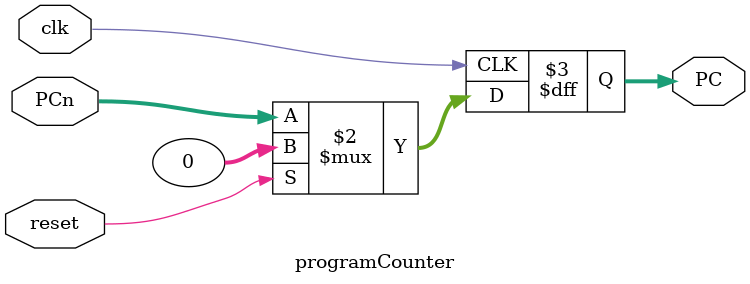
<source format=v>
module programCounter(
    input clk,
    input reset,
    input [31:0]PCn,
    output [31:0]PC);
    always @(posedge clk) begin
        PC = reset ? 0 : PCn;
        end
endmodule
</source>
